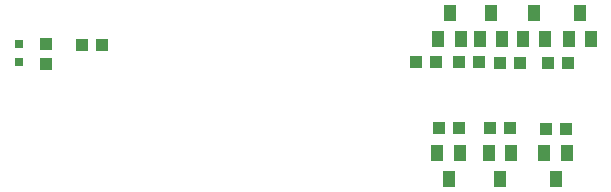
<source format=gbr>
G04 EAGLE Gerber RS-274X export*
G75*
%MOMM*%
%FSLAX34Y34*%
%LPD*%
%INSolderpaste Top*%
%IPPOS*%
%AMOC8*
5,1,8,0,0,1.08239X$1,22.5*%
G01*
%ADD10R,0.800000X0.800000*%
%ADD11R,1.000000X1.400000*%
%ADD12R,1.000000X1.100000*%
%ADD13R,1.100000X1.000000*%


D10*
X45244Y242450D03*
X45244Y227450D03*
D11*
X400075Y246969D03*
X419075Y246969D03*
X409575Y268969D03*
X510406Y246969D03*
X529406Y246969D03*
X519906Y268969D03*
X471513Y246969D03*
X490513Y246969D03*
X481013Y268969D03*
X435000Y246969D03*
X454000Y246969D03*
X444500Y268969D03*
X461938Y149906D03*
X442938Y149906D03*
X452438Y127906D03*
X418281Y149906D03*
X399281Y149906D03*
X408781Y127906D03*
X508769Y149906D03*
X489769Y149906D03*
X499269Y127906D03*
D12*
X381231Y227013D03*
X398231Y227013D03*
X493150Y226219D03*
X510150Y226219D03*
X451875Y226219D03*
X468875Y226219D03*
X417744Y227013D03*
X434744Y227013D03*
X443938Y171450D03*
X460938Y171450D03*
X400281Y171450D03*
X417281Y171450D03*
X490769Y170656D03*
X507769Y170656D03*
D13*
X68263Y225656D03*
X68263Y242656D03*
D12*
X98656Y241300D03*
X115656Y241300D03*
M02*

</source>
